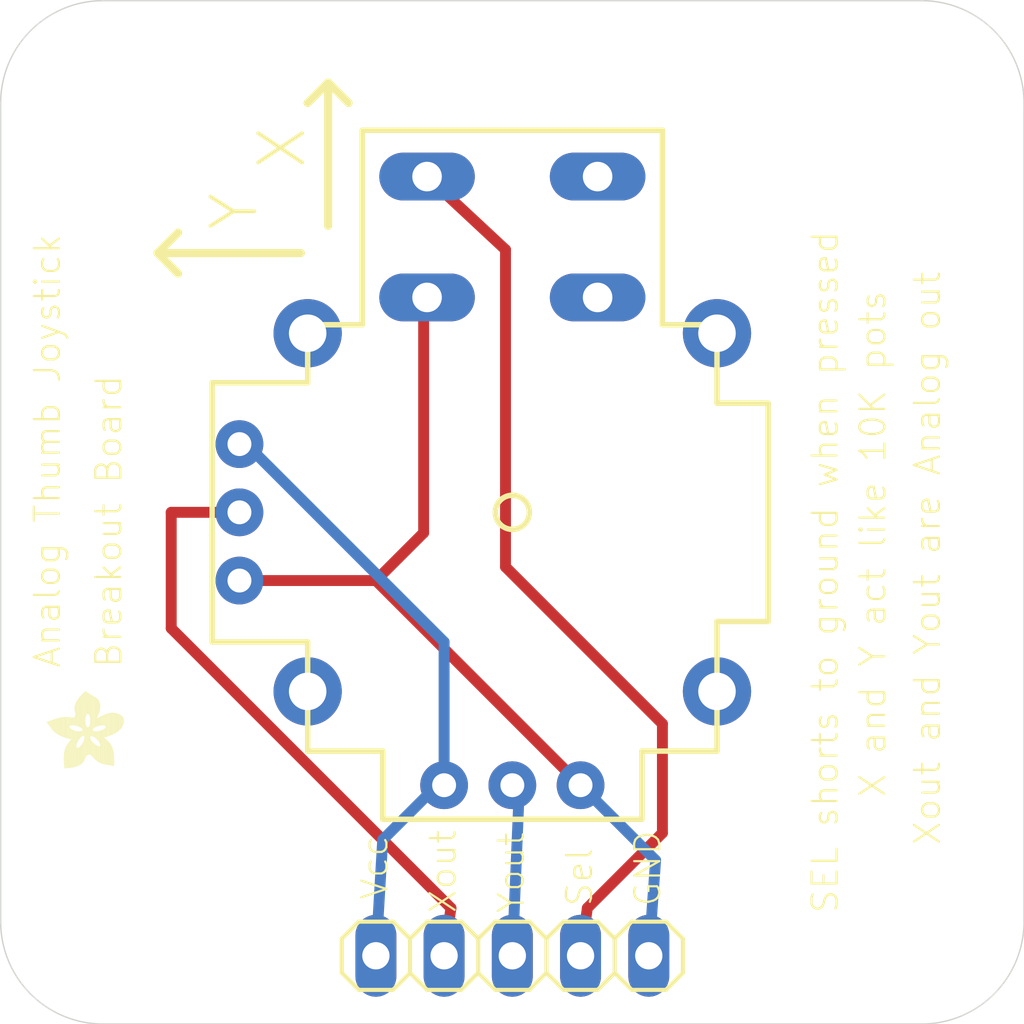
<source format=kicad_pcb>
(kicad_pcb (version 20211014) (generator pcbnew)
  (layers (0 "F.Cu" signal) (1 "In1.Cu" signal) (2 "In2.Cu" signal) (3 "In3.Cu" signal) (4 "In4.Cu" signal) (5 "In5.Cu" signal) (6 "In6.Cu" signal) (7 "In7.Cu" signal) (8 "In8.Cu" signal) (9 "In9.Cu" signal) (10 "In10.Cu" signal) (11 "In11.Cu" signal) (12 "In12.Cu" signal) (13 "In13.Cu" signal) (14 "In14.Cu" signal) (31 "B.Cu" signal) (34 "B.Paste" user) (35 "F.Paste" user) (36 "B.SilkS" user "B.Silkscreen") (37 "F.SilkS" user "F.Silkscreen") (38 "B.Mask" user) (39 "F.Mask" user) (44 "Edge.Cuts" user))
  (net 0 "")
  (net 1 "N$1")
  (net 2 "N$2")
  (net 3 "N$3")
  (net 4 "N$4")
  (net 5 "N$5")
  (footprint "" (layer "F.Cu") (at 133.2611 89.7636)
    (fp_text reference "@HOLE1" hide)
    (fp_text value "" (at 0 0) (layer "F.SilkS") (effects (font (size 1.27 1.27))))
    (pad "" np_thru_hole circle (at 0 0) (size 3.2 3.2) (drill 3.2) (layers *.Cu *.Mask))
  )
  (footprint "joystick:ADAFRUIT200MIL" (layer "F.Cu") (at 132.4991 113.1316)
    (fp_text reference "U$1" hide)
    (fp_text value "" hide)
  )
  (footprint "joystick:JOYSTICK" (layer "F.Cu") (at 148.5011 105.0036)
    (fp_text reference "U1" hide)
    (fp_text value "JOYSTICKPTH" hide)
    (pad "B1A" thru_hole oval (at -3.175 -12.501) (size 3.556 1.778) (drill 1.1) (layers *.Cu *.Mask) (net 5 "N$5"))
    (pad "B1B" thru_hole oval (at 3.175 -12.501) (size 3.556 1.778) (drill 1.1) (layers *.Cu *.Mask))
    (pad "B2A" thru_hole oval (at -3.175 -8.001) (size 3.556 1.778) (drill 1.1) (layers *.Cu *.Mask) (net 2 "N$2"))
    (pad "B2B" thru_hole oval (at 3.175 -8.001) (size 3.556 1.778) (drill 1.1) (layers *.Cu *.Mask))
    (pad "H1" thru_hole circle (at -2.54 10.16) (size 1.778 1.778) (drill 0.889) (layers *.Cu *.Mask) (net 1 "N$1"))
    (pad "H2" thru_hole circle (at 0 10.16) (size 1.778 1.778) (drill 0.889) (layers *.Cu *.Mask) (net 4 "N$4"))
    (pad "H3" thru_hole circle (at 2.54 10.16) (size 1.778 1.778) (drill 0.889) (layers *.Cu *.Mask) (net 2 "N$2"))
    (pad "MOUNT1" thru_hole circle (at -7.62 -6.6675) (size 2.54 2.54) (drill 1.397) (layers *.Cu *.Mask))
    (pad "MOUNT2" thru_hole circle (at -7.62 6.6675) (size 2.54 2.54) (drill 1.397) (layers *.Cu *.Mask))
    (pad "MOUNT3" thru_hole circle (at 7.62 6.6675) (size 2.54 2.54) (drill 1.397) (layers *.Cu *.Mask))
    (pad "MOUNT4" thru_hole circle (at 7.62 -6.6675) (size 2.54 2.54) (drill 1.397) (layers *.Cu *.Mask))
    (pad "V1" thru_hole circle (at -10.16 -2.54) (size 1.778 1.778) (drill 0.889) (layers *.Cu *.Mask) (net 1 "N$1"))
    (pad "V2" thru_hole circle (at -10.16 0) (size 1.778 1.778) (drill 0.889) (layers *.Cu *.Mask) (net 3 "N$3"))
    (pad "V3" thru_hole circle (at -10.16 2.54) (size 1.778 1.778) (drill 0.889) (layers *.Cu *.Mask) (net 2 "N$2"))
  )
  (footprint "joystick:1X05" (layer "F.Cu") (at 148.5011 121.5136 180)
    (fp_text reference "JP1" hide)
    (fp_text value "")
    (pad "1" thru_hole oval (at -5.08 0 270) (size 3.048 1.524) (drill 1.016) (layers *.Cu *.Mask) (net 2 "N$2"))
    (pad "2" thru_hole oval (at -2.54 0 270) (size 3.048 1.524) (drill 1.016) (layers *.Cu *.Mask) (net 5 "N$5"))
    (pad "3" thru_hole oval (at 0 0 270) (size 3.048 1.524) (drill 1.016) (layers *.Cu *.Mask) (net 4 "N$4"))
    (pad "4" thru_hole oval (at 2.54 0 270) (size 3.048 1.524) (drill 1.016) (layers *.Cu *.Mask) (net 3 "N$3"))
    (pad "5" thru_hole oval (at 5.08 0 270) (size 3.048 1.524) (drill 1.016) (layers *.Cu *.Mask) (net 1 "N$1"))
  )
  (footprint "" (layer "F.Cu") (at 133.2611 120.2436)
    (fp_text reference "@HOLE0" hide)
    (fp_text value "" (at 0 0) (layer "F.SilkS") (effects (font (size 1.27 1.27))))
    (pad "" np_thru_hole circle (at 0 0) (size 3.2 3.2) (drill 3.2) (layers *.Cu *.Mask))
  )
  (footprint "" (layer "F.Cu") (at 163.7411 120.2436)
    (fp_text reference "@HOLE3" hide)
    (fp_text value "" (at 0 0) (layer "F.SilkS") (effects (font (size 1.27 1.27))))
    (pad "" np_thru_hole circle (at 0 0) (size 3.2 3.2) (drill 3.2) (layers *.Cu *.Mask))
  )
  (footprint "" (layer "F.Cu") (at 163.7411 89.7636)
    (fp_text reference "@HOLE2" hide)
    (fp_text value "" (at 0 0) (layer "F.SilkS") (effects (font (size 1.27 1.27))))
    (pad "" np_thru_hole circle (at 0 0) (size 3.2 3.2) (drill 3.2) (layers *.Cu *.Mask))
  )
  (gr_line (start 135.2931 95.3516) (end 136.0551 94.5896) (layer "F.SilkS") (width 0.3048))
  (gr_line (start 135.2931 95.3516) (end 136.0551 96.1136) (layer "F.SilkS") (width 0.3048))
  (gr_line (start 141.6431 89.0016) (end 142.4051 89.7636) (layer "F.SilkS") (width 0.3048))
  (gr_line (start 141.6431 89.0016) (end 140.8811 89.7636) (layer "F.SilkS") (width 0.3048))
  (gr_line (start 141.6431 94.3356) (end 141.6431 89.0016) (layer "F.SilkS") (width 0.3048))
  (gr_line (start 140.6271 95.3516) (end 135.2931 95.3516) (layer "F.SilkS") (width 0.3048))
  (gr_line (start 129.4511 89.7636) (end 129.4511 120.2436) (layer "Edge.Cuts") (width 0.05))
  (gr_arc (start 167.5511 120.2436) (mid 166.435177 122.937677) (end 163.7411 124.0536) (layer "Edge.Cuts") (width 0.05))
  (gr_line (start 163.7411 85.9536) (end 133.2611 85.9536) (layer "Edge.Cuts") (width 0.05))
  (gr_arc (start 133.2611 124.0536) (mid 130.567023 122.937677) (end 129.4511 120.2436) (layer "Edge.Cuts") (width 0.05))
  (gr_line (start 167.5511 120.2436) (end 167.5511 89.7636) (layer "Edge.Cuts") (width 0.05))
  (gr_arc (start 129.4511 89.7636) (mid 130.567023 87.069523) (end 133.2611 85.9536) (layer "Edge.Cuts") (width 0.05))
  (gr_arc (start 163.7411 85.9536) (mid 166.435177 87.069523) (end 167.5511 89.7636) (layer "Edge.Cuts") (width 0.05))
  (gr_line (start 133.2611 124.0536) (end 163.7411 124.0536) (layer "Edge.Cuts") (width 0.05))
  (gr_text "X " (at 140.8811 92.3036 90) (layer "F.SilkS") (effects (font (size 1.63576 1.63576) (thickness 0.14224)) (justify left bottom)))
  (gr_text "Sel" (at 151.5491 119.7356 90) (layer "F.SilkS") (effects (font (size 0.93472 0.93472) (thickness 0.08128)) (justify left bottom)))
  (gr_text "Xout" (at 146.4691 119.9896 90) (layer "F.SilkS") (effects (font (size 0.93472 0.93472) (thickness 0.08128)) (justify left bottom)))
  (gr_text "GND" (at 154.0891 119.7356 90) (layer "F.SilkS") (effects (font (size 0.93472 0.93472) (thickness 0.08128)) (justify left bottom)))
  (gr_text "Breakout Board" (at 134.0231 110.8456 90) (layer "F.SilkS") (effects (font (size 0.93472 0.93472) (thickness 0.08128)) (justify left bottom)))
  (gr_text "Y" (at 139.1031 94.5896 90) (layer "F.SilkS") (effects (font (size 1.63576 1.63576) (thickness 0.14224)) (justify left bottom)))
  (gr_text "Vcc" (at 143.9291 119.4816 90) (layer "F.SilkS") (effects (font (size 0.93472 0.93472) (thickness 0.08128)) (justify left bottom)))
  (gr_text "Yout" (at 149.0091 119.9896 90) (layer "F.SilkS") (effects (font (size 0.93472 0.93472) (thickness 0.08128)) (justify left bottom)))
  (gr_text "X and Y act like 10K pots" (at 162.4711 115.6716 90) (layer "F.SilkS") (effects (font (size 0.93472 0.93472) (thickness 0.08128)) (justify left bottom)))
  (gr_text "Analog Thumb Joystick" (at 131.7371 110.8456 90) (layer "F.SilkS") (effects (font (size 0.93472 0.93472) (thickness 0.08128)) (justify left bottom)))
  (gr_text "Xout and Yout are Analog out" (at 164.5031 117.4496 90) (layer "F.SilkS") (effects (font (size 0.93472 0.93472) (thickness 0.08128)) (justify left bottom)))
  (gr_text "SEL shorts to ground when pressed" (at 160.6931 119.9896 90) (layer "F.SilkS") (effects (font (size 0.93472 0.93472) (thickness 0.08128)) (justify left bottom)))
  (segment (start 143.6751 117.1956) (end 145.7071 115.1636) (width 0.4064) (layer "B.Cu") (net 1))
  (segment (start 143.4211 121.5136) (end 143.6751 117.1956) (width 0.4064) (layer "B.Cu") (net 1))
  (segment (start 145.9611 115.1636) (end 145.9611 109.8296) (width 0.4064) (layer "B.Cu") (net 1))
  (segment (start 138.5951 102.4636) (end 138.3411 102.4636) (width 0.4064) (layer "B.Cu") (net 1))
  (segment (start 145.7071 115.1636) (end 145.9611 115.1636) (width 0.4064) (layer "B.Cu") (net 1))
  (segment (start 145.9611 109.8296) (end 138.5951 102.4636) (width 0.4064) (layer "B.Cu") (net 1))
  (segment (start 143.4211 107.5436) (end 145.1991 105.7656) (width 0.4064) (layer "F.Cu") (net 2))
  (segment (start 143.4211 107.5436) (end 151.0411 115.1636) (width 0.4064) (layer "F.Cu") (net 2))
  (segment (start 138.3411 107.5436) (end 143.4211 107.5436) (width 0.4064) (layer "F.Cu") (net 2))
  (segment (start 145.1991 97.3836) (end 145.3261 97.0026) (width 0.4064) (layer "F.Cu") (net 2))
  (segment (start 145.1991 105.7656) (end 145.1991 97.3836) (width 0.4064) (layer "F.Cu") (net 2))
  (segment (start 153.8351 117.9576) (end 153.5811 121.5136) (width 0.4064) (layer "B.Cu") (net 2))
  (segment (start 151.0411 115.1636) (end 153.8351 117.9576) (width 0.4064) (layer "B.Cu") (net 2))
  (segment (start 146.2151 119.7356) (end 135.8011 109.3216) (width 0.4064) (layer "F.Cu") (net 3))
  (segment (start 135.8011 105.0036) (end 138.3411 105.0036) (width 0.4064) (layer "F.Cu") (net 3))
  (segment (start 145.9611 121.5136) (end 146.2151 119.7356) (width 0.4064) (layer "F.Cu") (net 3))
  (segment (start 135.8011 109.3216) (end 135.8011 105.0036) (width 0.4064) (layer "F.Cu") (net 3))
  (segment (start 148.5011 121.5136) (end 148.7551 115.4176) (width 0.4064) (layer "B.Cu") (net 4))
  (segment (start 148.7551 115.4176) (end 148.5011 115.1636) (width 0.4064) (layer "B.Cu") (net 4))
  (segment (start 154.0891 116.9416) (end 154.0891 112.8776) (width 0.4064) (layer "F.Cu") (net 5))
  (segment (start 148.2471 107.0356) (end 148.2471 95.2246) (width 0.4064) (layer "F.Cu") (net 5))
  (segment (start 148.2471 95.2246) (end 145.3261 92.5026) (width 0.4064) (layer "F.Cu") (net 5))
  (segment (start 151.2951 119.7356) (end 154.0891 116.9416) (width 0.4064) (layer "F.Cu") (net 5))
  (segment (start 151.0411 121.5136) (end 151.2951 119.7356) (width 0.4064) (layer "F.Cu") (net 5))
  (segment (start 154.0891 112.8776) (end 148.2471 107.0356) (width 0.4064) (layer "F.Cu") (net 5))
)
</source>
